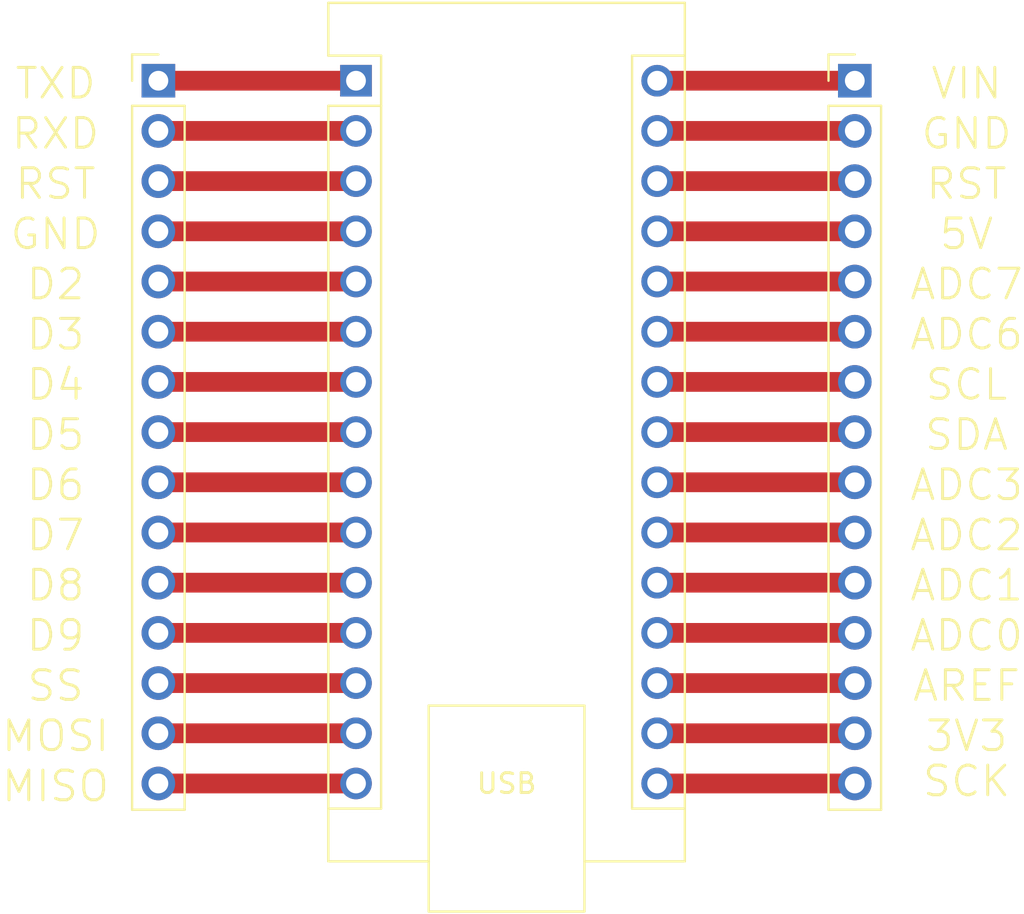
<source format=kicad_pcb>
(kicad_pcb (version 20240108) (generator "pcbnew") (generator_version "8.0")
  (layers (0 "F.Cu" signal) (31 "B.Cu" signal) (34 "B.Paste" user) (35 "F.Paste" user) (36 "B.SilkS" user "B.Silkscreen") (37 "F.SilkS" user "F.Silkscreen") (38 "B.Mask" user) (39 "F.Mask" user) (44 "Edge.Cuts" user))
  (net 0 "")
  (footprint "Connector_PinHeader_2.54mm:PinHeader_1x15_P2.54mm_Vertical" (layer "F.Cu") (at 99.22 77.978)
    (property "Reference" "REF**" (hide yes))
    (property "Value" "PinHeader_1x15_P2.54mm_Vertical" (hide yes))
    (fp_line (start -1.33 -1.33) (end 0 -1.33) (stroke (width 0.12)) (layer "F.SilkS"))
    (fp_line (start -1.33 0) (end -1.33 -1.33) (stroke (width 0.12)) (layer "F.SilkS"))
    (fp_line (start -1.33 1.27) (end -1.33 36.89) (stroke (width 0.12)) (layer "F.SilkS"))
    (fp_line (start -1.33 1.27) (end 1.33 1.27) (stroke (width 0.12)) (layer "F.SilkS"))
    (fp_line (start -1.33 36.89) (end 1.33 36.89) (stroke (width 0.12)) (layer "F.SilkS"))
    (fp_line (start 1.33 1.27) (end 1.33 36.89) (stroke (width 0.12)) (layer "F.SilkS"))
    (pad "1" thru_hole rect (at 0 0) (size 1.7 1.7) (drill 1) (layers "*.Cu" "*.Mask"))
    (pad "2" thru_hole oval (at 0 2.54) (size 1.7 1.7) (drill 1) (layers "*.Cu" "*.Mask"))
    (pad "3" thru_hole oval (at 0 5.08) (size 1.7 1.7) (drill 1) (layers "*.Cu" "*.Mask"))
    (pad "4" thru_hole oval (at 0 7.62) (size 1.7 1.7) (drill 1) (layers "*.Cu" "*.Mask"))
    (pad "5" thru_hole oval (at 0 10.16) (size 1.7 1.7) (drill 1) (layers "*.Cu" "*.Mask"))
    (pad "6" thru_hole oval (at 0 12.7) (size 1.7 1.7) (drill 1) (layers "*.Cu" "*.Mask"))
    (pad "7" thru_hole oval (at 0 15.24) (size 1.7 1.7) (drill 1) (layers "*.Cu" "*.Mask"))
    (pad "8" thru_hole oval (at 0 17.78) (size 1.7 1.7) (drill 1) (layers "*.Cu" "*.Mask"))
    (pad "9" thru_hole oval (at 0 20.32) (size 1.7 1.7) (drill 1) (layers "*.Cu" "*.Mask"))
    (pad "10" thru_hole oval (at 0 22.86) (size 1.7 1.7) (drill 1) (layers "*.Cu" "*.Mask"))
    (pad "11" thru_hole oval (at 0 25.4) (size 1.7 1.7) (drill 1) (layers "*.Cu" "*.Mask"))
    (pad "12" thru_hole oval (at 0 27.94) (size 1.7 1.7) (drill 1) (layers "*.Cu" "*.Mask"))
    (pad "13" thru_hole oval (at 0 30.48) (size 1.7 1.7) (drill 1) (layers "*.Cu" "*.Mask"))
    (pad "14" thru_hole oval (at 0 33.02) (size 1.7 1.7) (drill 1) (layers "*.Cu" "*.Mask"))
    (pad "15" thru_hole oval (at 0 35.56) (size 1.7 1.7) (drill 1) (layers "*.Cu" "*.Mask"))
  )
  (footprint "Module:Arduino_Nano" (layer "F.Cu") (at 109.22 77.978)
    (property "Reference" "REF**" (hide yes))
    (property "Value" "Arduino_Nano")
    (fp_line (start -1.4 -3.94) (end -1.4 -1.27) (stroke (width 0.12)) (layer "F.SilkS"))
    (fp_line (start -1.4 1.27) (end -1.4 39.5) (stroke (width 0.12)) (layer "F.SilkS"))
    (fp_line (start -1.4 39.5) (end 3.68 39.5) (stroke (width 0.12)) (layer "F.SilkS"))
    (fp_line (start 1.27 -1.27) (end -1.4 -1.27) (stroke (width 0.12)) (layer "F.SilkS"))
    (fp_line (start 1.27 1.27) (end -1.4 1.27) (stroke (width 0.12)) (layer "F.SilkS"))
    (fp_line (start 1.27 1.27) (end 1.27 -1.27) (stroke (width 0.12)) (layer "F.SilkS"))
    (fp_line (start 1.27 1.27) (end 1.27 36.83) (stroke (width 0.12)) (layer "F.SilkS"))
    (fp_line (start 1.27 36.83) (end -1.4 36.83) (stroke (width 0.12)) (layer "F.SilkS"))
    (fp_line (start 3.68 31.62) (end 11.56 31.62) (stroke (width 0.12)) (layer "F.SilkS"))
    (fp_line (start 3.68 42.04) (end 3.68 31.62) (stroke (width 0.12)) (layer "F.SilkS"))
    (fp_line (start 11.56 31.62) (end 11.56 42.04) (stroke (width 0.12)) (layer "F.SilkS"))
    (fp_line (start 11.56 42.04) (end 3.68 42.04) (stroke (width 0.12)) (layer "F.SilkS"))
    (fp_line (start 13.97 -1.27) (end 13.97 36.83) (stroke (width 0.12)) (layer "F.SilkS"))
    (fp_line (start 13.97 -1.27) (end 16.64 -1.27) (stroke (width 0.12)) (layer "F.SilkS"))
    (fp_line (start 13.97 36.83) (end 16.64 36.83) (stroke (width 0.12)) (layer "F.SilkS"))
    (fp_line (start 16.64 -3.94) (end -1.4 -3.94) (stroke (width 0.12)) (layer "F.SilkS"))
    (fp_line (start 16.64 39.5) (end 11.56 39.5) (stroke (width 0.12)) (layer "F.SilkS"))
    (fp_line (start 16.64 39.5) (end 16.64 -3.94) (stroke (width 0.12)) (layer "F.SilkS"))
    (fp_text user "USB" (at 7.62 35.56 0) (layer "F.SilkS"))
    (pad "1" thru_hole rect (at 0 0) (size 1.6 1.6) (drill 1) (layers "*.Cu" "*.Mask"))
    (pad "2" thru_hole oval (at 0 2.54) (size 1.6 1.6) (drill 1) (layers "*.Cu" "*.Mask"))
    (pad "3" thru_hole oval (at 0 5.08) (size 1.6 1.6) (drill 1) (layers "*.Cu" "*.Mask"))
    (pad "4" thru_hole oval (at 0 7.62) (size 1.6 1.6) (drill 1) (layers "*.Cu" "*.Mask"))
    (pad "5" thru_hole oval (at 0 10.16) (size 1.6 1.6) (drill 1) (layers "*.Cu" "*.Mask"))
    (pad "6" thru_hole oval (at 0 12.7) (size 1.6 1.6) (drill 1) (layers "*.Cu" "*.Mask"))
    (pad "7" thru_hole oval (at 0 15.24) (size 1.6 1.6) (drill 1) (layers "*.Cu" "*.Mask"))
    (pad "8" thru_hole oval (at 0 17.78) (size 1.6 1.6) (drill 1) (layers "*.Cu" "*.Mask"))
    (pad "9" thru_hole oval (at 0 20.32) (size 1.6 1.6) (drill 1) (layers "*.Cu" "*.Mask"))
    (pad "10" thru_hole oval (at 0 22.86) (size 1.6 1.6) (drill 1) (layers "*.Cu" "*.Mask"))
    (pad "11" thru_hole oval (at 0 25.4) (size 1.6 1.6) (drill 1) (layers "*.Cu" "*.Mask"))
    (pad "12" thru_hole oval (at 0 27.94) (size 1.6 1.6) (drill 1) (layers "*.Cu" "*.Mask"))
    (pad "13" thru_hole oval (at 0 30.48) (size 1.6 1.6) (drill 1) (layers "*.Cu" "*.Mask"))
    (pad "14" thru_hole oval (at 0 33.02) (size 1.6 1.6) (drill 1) (layers "*.Cu" "*.Mask"))
    (pad "15" thru_hole oval (at 0 35.56) (size 1.6 1.6) (drill 1) (layers "*.Cu" "*.Mask"))
    (pad "16" thru_hole oval (at 15.24 35.56) (size 1.6 1.6) (drill 1) (layers "*.Cu" "*.Mask"))
    (pad "17" thru_hole oval (at 15.24 33.02) (size 1.6 1.6) (drill 1) (layers "*.Cu" "*.Mask"))
    (pad "18" thru_hole oval (at 15.24 30.48) (size 1.6 1.6) (drill 1) (layers "*.Cu" "*.Mask"))
    (pad "19" thru_hole oval (at 15.24 27.94) (size 1.6 1.6) (drill 1) (layers "*.Cu" "*.Mask"))
    (pad "20" thru_hole oval (at 15.24 25.4) (size 1.6 1.6) (drill 1) (layers "*.Cu" "*.Mask"))
    (pad "21" thru_hole oval (at 15.24 22.86) (size 1.6 1.6) (drill 1) (layers "*.Cu" "*.Mask"))
    (pad "22" thru_hole oval (at 15.24 20.32) (size 1.6 1.6) (drill 1) (layers "*.Cu" "*.Mask"))
    (pad "23" thru_hole oval (at 15.24 17.78) (size 1.6 1.6) (drill 1) (layers "*.Cu" "*.Mask"))
    (pad "24" thru_hole oval (at 15.24 15.24) (size 1.6 1.6) (drill 1) (layers "*.Cu" "*.Mask"))
    (pad "25" thru_hole oval (at 15.24 12.7) (size 1.6 1.6) (drill 1) (layers "*.Cu" "*.Mask"))
    (pad "26" thru_hole oval (at 15.24 10.16) (size 1.6 1.6) (drill 1) (layers "*.Cu" "*.Mask"))
    (pad "27" thru_hole oval (at 15.24 7.62) (size 1.6 1.6) (drill 1) (layers "*.Cu" "*.Mask"))
    (pad "28" thru_hole oval (at 15.24 5.08) (size 1.6 1.6) (drill 1) (layers "*.Cu" "*.Mask"))
    (pad "29" thru_hole oval (at 15.24 2.54) (size 1.6 1.6) (drill 1) (layers "*.Cu" "*.Mask"))
    (pad "30" thru_hole oval (at 15.24 0) (size 1.6 1.6) (drill 1) (layers "*.Cu" "*.Mask"))
  )
  (footprint "Connector_PinHeader_2.54mm:PinHeader_1x15_P2.54mm_Vertical" (layer "F.Cu") (at 134.46 77.978)
    (property "Reference" "REF**" (hide yes))
    (property "Value" "PinHeader_1x15_P2.54mm_Vertical" (hide yes))
    (fp_line (start -1.33 -1.33) (end 0 -1.33) (stroke (width 0.12)) (layer "F.SilkS"))
    (fp_line (start -1.33 0) (end -1.33 -1.33) (stroke (width 0.12)) (layer "F.SilkS"))
    (fp_line (start -1.33 1.27) (end -1.33 36.89) (stroke (width 0.12)) (layer "F.SilkS"))
    (fp_line (start -1.33 1.27) (end 1.33 1.27) (stroke (width 0.12)) (layer "F.SilkS"))
    (fp_line (start -1.33 36.89) (end 1.33 36.89) (stroke (width 0.12)) (layer "F.SilkS"))
    (fp_line (start 1.33 1.27) (end 1.33 36.89) (stroke (width 0.12)) (layer "F.SilkS"))
    (pad "16" thru_hole oval (at 0 35.56) (size 1.7 1.7) (drill 1) (layers "*.Cu" "*.Mask"))
    (pad "17" thru_hole oval (at 0 33.02) (size 1.7 1.7) (drill 1) (layers "*.Cu" "*.Mask"))
    (pad "18" thru_hole oval (at 0 30.48) (size 1.7 1.7) (drill 1) (layers "*.Cu" "*.Mask"))
    (pad "19" thru_hole oval (at 0 27.94) (size 1.7 1.7) (drill 1) (layers "*.Cu" "*.Mask"))
    (pad "20" thru_hole oval (at 0 25.4) (size 1.7 1.7) (drill 1) (layers "*.Cu" "*.Mask"))
    (pad "21" thru_hole oval (at 0 22.86) (size 1.7 1.7) (drill 1) (layers "*.Cu" "*.Mask"))
    (pad "22" thru_hole oval (at 0 20.32) (size 1.7 1.7) (drill 1) (layers "*.Cu" "*.Mask"))
    (pad "23" thru_hole oval (at 0 17.78) (size 1.7 1.7) (drill 1) (layers "*.Cu" "*.Mask"))
    (pad "24" thru_hole oval (at 0 15.24) (size 1.7 1.7) (drill 1) (layers "*.Cu" "*.Mask"))
    (pad "25" thru_hole oval (at 0 12.7) (size 1.7 1.7) (drill 1) (layers "*.Cu" "*.Mask"))
    (pad "26" thru_hole oval (at 0 10.16) (size 1.7 1.7) (drill 1) (layers "*.Cu" "*.Mask"))
    (pad "27" thru_hole oval (at 0 7.62) (size 1.7 1.7) (drill 1) (layers "*.Cu" "*.Mask"))
    (pad "28" thru_hole oval (at 0 5.08) (size 1.7 1.7) (drill 1) (layers "*.Cu" "*.Mask"))
    (pad "29" thru_hole oval (at 0 2.54) (size 1.7 1.7) (drill 1) (layers "*.Cu" "*.Mask"))
    (pad "30" thru_hole rect (at 0 0) (size 1.7 1.7) (drill 1) (layers "*.Cu" "*.Mask"))
  )
  (gr_text "D5\n" (at 92.456 96.774 0) (layer "F.SilkS") (effects (font (size 1.5 1.5)) (justify left bottom)))
  (gr_text "D4" (at 92.456 94.234 0) (layer "F.SilkS") (effects (font (size 1.5 1.5)) (justify left bottom)))
  (gr_text "GND" (at 91.634571 86.614 0) (layer "F.SilkS") (effects (font (size 1.5 1.5)) (justify left bottom)))
  (gr_text "SDA" (at 137.91 96.774 0) (layer "F.SilkS") (effects (font (size 1.5 1.5)) (justify left bottom)))
  (gr_text "D6\n" (at 92.456 99.314 0) (layer "F.SilkS") (effects (font (size 1.5 1.5)) (justify left bottom)))
  (gr_text "D8\n" (at 92.456 104.394 0) (layer "F.SilkS") (effects (font (size 1.5 1.5)) (justify left bottom)))
  (gr_text "3V3" (at 137.945714 112.014 0) (layer "F.SilkS") (effects (font (size 1.5 1.5)) (justify left bottom)))
  (gr_text "RST" (at 91.884571 84.074 0) (layer "F.SilkS") (effects (font (size 1.5 1.5)) (justify left bottom)))
  (gr_text "SS" (at 92.491714 109.474 0) (layer "F.SilkS") (effects (font (size 1.5 1.5)) (justify left bottom)))
  (gr_text "D7\n" (at 92.456 101.854 0) (layer "F.SilkS") (effects (font (size 1.5 1.5)) (justify left bottom)))
  (gr_text "D2" (at 92.456 89.154 0) (layer "F.SilkS") (effects (font (size 1.5 1.5)) (justify left bottom)))
  (gr_text "MISO" (at 91.205999 114.554 0) (layer "F.SilkS") (effects (font (size 1.5 1.5)) (justify left bottom)))
  (gr_text "ADC1\n" (at 137.16 104.394 0) (layer "F.SilkS") (effects (font (size 1.5 1.5)) (justify left bottom)))
  (gr_text "D9\n" (at 92.456 106.934 0) (layer "F.SilkS") (effects (font (size 1.5 1.5)) (justify left bottom)))
  (gr_text "5V" (at 138.66 86.614 0) (layer "F.SilkS") (effects (font (size 1.5 1.5)) (justify left bottom)))
  (gr_text "RXD" (at 91.706 81.534 0) (layer "F.SilkS") (effects (font (size 1.5 1.5)) (justify left bottom)))
  (gr_text "ADC7" (at 137.16 89.154 0) (layer "F.SilkS") (effects (font (size 1.5 1.5)) (justify left bottom)))
  (gr_text "GND" (at 137.731428 81.534 0) (layer "F.SilkS") (effects (font (size 1.5 1.5)) (justify left bottom)))
  (gr_text "MOSI" (at 91.205999 112.014 0) (layer "F.SilkS") (effects (font (size 1.5 1.5)) (justify left bottom)))
  (gr_text "ADC0" (at 137.16 106.934 0) (layer "F.SilkS") (effects (font (size 1.5 1.5)) (justify left bottom)))
  (gr_text "ADC6" (at 137.16 91.694 0) (layer "F.SilkS") (effects (font (size 1.5 1.5)) (justify left bottom)))
  (gr_text "D3" (at 92.456 91.694 0) (layer "F.SilkS") (effects (font (size 1.5 1.5)) (justify left bottom)))
  (gr_text "TXD" (at 91.884571 78.994 0) (layer "F.SilkS") (effects (font (size 1.5 1.5)) (justify left bottom)))
  (gr_text "ADC3" (at 137.16 99.314 0) (layer "F.SilkS") (effects (font (size 1.5 1.5)) (justify left bottom)))
  (gr_text "RST" (at 137.981428 84.074 0) (layer "F.SilkS") (effects (font (size 1.5 1.5)) (justify left bottom)))
  (gr_text "SCK" (at 137.802857 114.3 0) (layer "F.SilkS") (effects (font (size 1.5 1.5)) (justify left bottom)))
  (gr_text "ADC2" (at 137.16 101.854 0) (layer "F.SilkS") (effects (font (size 1.5 1.5)) (justify left bottom)))
  (gr_text "SCL" (at 137.945714 94.234 0) (layer "F.SilkS") (effects (font (size 1.5 1.5)) (justify left bottom)))
  (gr_text "AREF" (at 137.302857 109.474 0) (layer "F.SilkS") (effects (font (size 1.5 1.5)) (justify left bottom)))
  (gr_text "VIN" (at 138.231428 78.994 0) (layer "F.SilkS") (effects (font (size 1.5 1.5)) (justify left bottom)))
  (segment (start 124.46 98.298) (end 134.46 98.298) (width 1) (layer "F.Cu") (net 0))
  (segment (start 99.22 103.378) (end 109.22 103.378) (width 1) (layer "F.Cu") (net 0))
  (segment (start 99.22 90.678) (end 109.22 90.678) (width 1) (layer "F.Cu") (net 0))
  (segment (start 99.22 98.298) (end 109.22 98.298) (width 1) (layer "F.Cu") (net 0))
  (segment (start 134.46 108.458) (end 124.46 108.458) (width 1) (layer "F.Cu") (net 0))
  (segment (start 124.46 105.918) (end 134.46 105.918) (width 1) (layer "F.Cu") (net 0))
  (segment (start 134.46 90.678) (end 124.46 90.678) (width 1) (layer "F.Cu") (net 0))
  (segment (start 124.46 93.218) (end 134.46 93.218) (width 1) (layer "F.Cu") (net 0))
  (segment (start 124.46 110.998) (end 134.46 110.998) (width 1) (layer "F.Cu") (net 0))
  (segment (start 124.46 88.138) (end 134.46 88.138) (width 1) (layer "F.Cu") (net 0))
  (segment (start 99.22 113.538) (end 109.22 113.538) (width 1) (layer "F.Cu") (net 0))
  (segment (start 134.46 103.378) (end 124.46 103.378) (width 1) (layer "F.Cu") (net 0))
  (segment (start 99.22 88.138) (end 109.22 88.138) (width 1) (layer "F.Cu") (net 0))
  (segment (start 99.22 85.598) (end 109.22 85.598) (width 1) (layer "F.Cu") (net 0))
  (segment (start 124.46 83.058) (end 134.46 83.058) (width 1) (layer "F.Cu") (net 0))
  (segment (start 99.22 108.458) (end 109.22 108.458) (width 1) (layer "F.Cu") (net 0))
  (segment (start 99.22 93.218) (end 109.22 93.218) (width 1) (layer "F.Cu") (net 0))
  (segment (start 99.22 110.998) (end 109.22 110.998) (width 1) (layer "F.Cu") (net 0))
  (segment (start 109.22 83.058) (end 99.22 83.058) (width 1) (layer "F.Cu") (net 0))
  (segment (start 134.46 113.538) (end 124.46 113.538) (width 1) (layer "F.Cu") (net 0))
  (segment (start 99.22 100.838) (end 109.22 100.838) (width 1) (layer "F.Cu") (net 0))
  (segment (start 134.46 85.598) (end 124.46 85.598) (width 1) (layer "F.Cu") (net 0))
  (segment (start 109.22 77.978) (end 99.22 77.978) (width 1) (layer "F.Cu") (net 0))
  (segment (start 109.22 80.518) (end 99.22 80.518) (width 1) (layer "F.Cu") (net 0))
  (segment (start 99.22 95.758) (end 109.22 95.758) (width 1) (layer "F.Cu") (net 0))
  (segment (start 134.46 80.518) (end 124.46 80.518) (width 1) (layer "F.Cu") (net 0))
  (segment (start 124.46 77.978) (end 134.46 77.978) (width 1) (layer "F.Cu") (net 0))
  (segment (start 99.22 105.918) (end 109.22 105.918) (width 1) (layer "F.Cu") (net 0))
  (segment (start 124.46 95.758) (end 134.46 95.758) (width 1) (layer "F.Cu") (net 0))
  (segment (start 124.46 100.838) (end 134.46 100.838) (width 1) (layer "F.Cu") (net 0))
)
</source>
